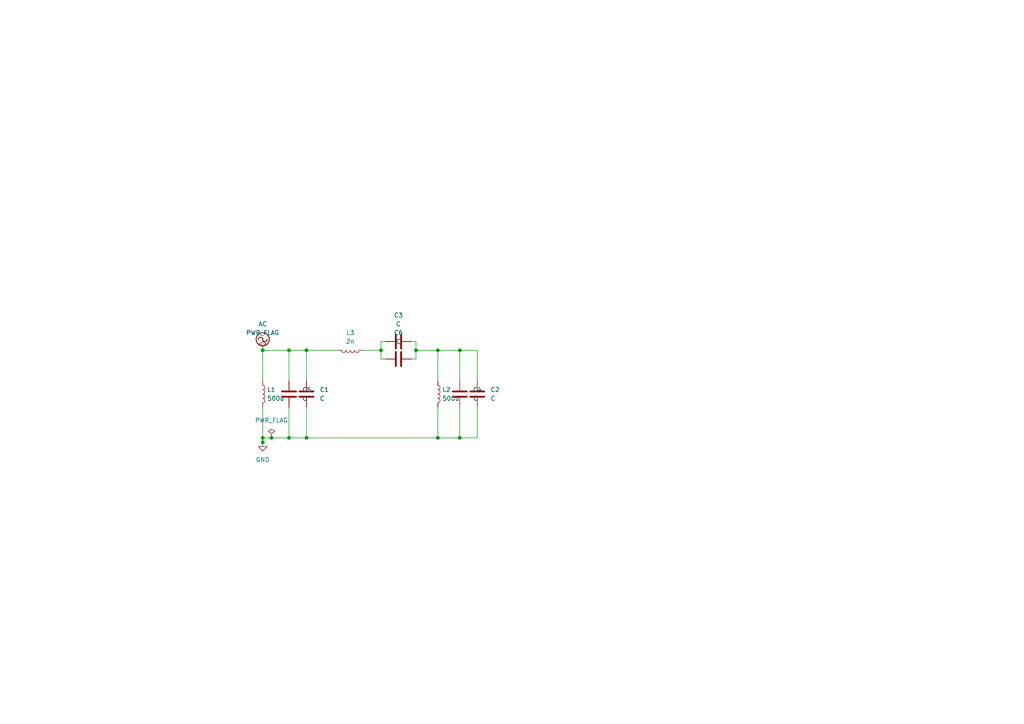
<source format=kicad_sch>
(kicad_sch (version 20231120) (generator "eeschema") (generator_version "8.0")
  (paper "A4")
  (lib_symbols
    (symbol "Device:C" (pin_numbers hide) (pin_names (offset 0.254))
      (property "Reference" "C" (at 0.635 2.54 0))
      (property "Value" "C" (at 0.635 -2.54 0))
      (symbol "C_0_1"
        (polyline (pts (xy -2.032 -0.762) (xy 2.032 -0.762)) (stroke (width 0.508)))
        (polyline (pts (xy -2.032 0.762) (xy 2.032 0.762)) (stroke (width 0.508)))
      )
      (symbol "C_1_1"
        (pin passive line (at 0 3.81 270) (length 2.794) (name "~") (number "1"))
        (pin passive line (at 0 -3.81 90) (length 2.794) (name "~") (number "2"))
      )
    )
    (symbol "Device:L" (pin_numbers hide) (pin_names (offset 1.016) hide)
      (property "Reference" "L" (at -1.27 0 90))
      (property "Value" "L" (at 1.905 0 90))
      (symbol "L_0_1"
        (arc (start 0 -2.54) (mid 0.6323 -1.905) (end 0 -1.27))
        (arc (start 0 -1.27) (mid 0.6323 -0.635) (end 0 0))
        (arc (start 0 0) (mid 0.6323 0.635) (end 0 1.27))
        (arc (start 0 1.27) (mid 0.6323 1.905) (end 0 2.54))
      )
      (symbol "L_1_1"
        (pin passive line (at 0 3.81 270) (length 1.27) (name "1") (number "1"))
        (pin passive line (at 0 -3.81 90) (length 1.27) (name "2") (number "2"))
      )
    )
    (symbol "power:AC" (power) (pin_numbers hide) (pin_names (offset 0) hide)
      (property "Value" "AC" (at 0 6.35 0))
      (symbol "AC_0_1"
        (polyline (pts (xy 0 0) (xy 0 1.27)))
        (arc (start 0 3.175) (mid -0.635 3.8073) (end -1.27 3.175) (stroke (width 0.254)))
        (arc (start 0 3.175) (mid 0.635 2.5427) (end 1.27 3.175) (stroke (width 0.254)))
        (circle (center 0 3.175) (radius 1.905) (stroke (width 0.254)))
      )
      (symbol "AC_1_1"
        (pin power_in line (at 0 0 90) (length 0) (name "~") (number "1"))
      )
    )
    (symbol "power:GND" (power) (pin_numbers hide) (pin_names (offset 0) hide)
      (property "Value" "GND" (at 0 -3.81 0))
      (symbol "GND_0_1"
        (polyline (pts (xy 0 0) (xy 0 -1.27) (xy 1.27 -1.27) (xy 0 -2.54) (xy -1.27 -1.27) (xy 0 -1.27)))
      )
      (symbol "GND_1_1"
        (pin power_in line (at 0 0 270) (length 0) (name "~") (number "1"))
      )
    )
    (symbol "power:PWR_FLAG" (power) (pin_numbers hide) (pin_names (offset 0) hide)
      (property "Value" "PWR_FLAG" (at 0 3.81 0))
      (symbol "PWR_FLAG_0_0"
        (pin power_out line (at 0 0 90) (length 0) (name "~") (number "1"))
      )
      (symbol "PWR_FLAG_0_1"
        (polyline (pts (xy 0 0) (xy 0 1.27) (xy -1.016 1.905) (xy 0 2.54) (xy 1.016 1.905) (xy 0 1.27)))
      )
    )
  )
  (junction (at 83.82 127))
  (junction (at 76.2 101.6))
  (junction (at 78.74 127))
  (junction (at 88.9 101.6))
  (junction (at 127 101.6))
  (junction (at 133.35 127))
  (junction (at 120.65 101.6))
  (junction (at 76.2 128.27))
  (junction (at 88.9 127))
  (junction (at 83.82 101.6))
  (junction (at 127 127))
  (junction (at 76.2 127))
  (junction (at 110.49 101.6))
  (junction (at 133.35 101.6))
  (wire (pts (xy 120.65 101.6) (xy 127 101.6)))
  (wire (pts (xy 133.35 118.11) (xy 133.35 127)))
  (wire (pts (xy 138.43 101.6) (xy 138.43 110.49)))
  (wire (pts (xy 127 101.6) (xy 133.35 101.6)))
  (wire (pts (xy 76.2 127) (xy 76.2 128.27)))
  (wire (pts (xy 127 127) (xy 88.9 127)))
  (wire (pts (xy 88.9 101.6) (xy 88.9 110.49)))
  (wire (pts (xy 78.74 127) (xy 76.2 127)))
  (wire (pts (xy 120.65 104.14) (xy 120.65 101.6)))
  (wire (pts (xy 76.2 118.11) (xy 76.2 127)))
  (wire (pts (xy 76.2 110.49) (xy 76.2 101.6)))
  (wire (pts (xy 88.9 118.11) (xy 88.9 127)))
  (wire (pts (xy 110.49 104.14) (xy 111.76 104.14)))
  (wire (pts (xy 83.82 127) (xy 78.74 127)))
  (wire (pts (xy 88.9 127) (xy 83.82 127)))
  (wire (pts (xy 110.49 99.06) (xy 110.49 101.6)))
  (wire (pts (xy 76.2 101.6) (xy 83.82 101.6)))
  (wire (pts (xy 83.82 101.6) (xy 83.82 110.49)))
  (wire (pts (xy 133.35 101.6) (xy 138.43 101.6)))
  (wire (pts (xy 133.35 101.6) (xy 133.35 110.49)))
  (wire (pts (xy 76.2 128.27) (xy 76.2 129.54)))
  (wire (pts (xy 133.35 127) (xy 127 127)))
  (wire (pts (xy 120.65 101.6) (xy 120.65 99.06)))
  (wire (pts (xy 83.82 101.6) (xy 88.9 101.6)))
  (wire (pts (xy 83.82 118.11) (xy 83.82 127)))
  (wire (pts (xy 110.49 101.6) (xy 105.41 101.6)))
  (wire (pts (xy 138.43 118.11) (xy 138.43 127)))
  (wire (pts (xy 88.9 101.6) (xy 97.79 101.6)))
  (wire (pts (xy 110.49 99.06) (xy 111.76 99.06)))
  (wire (pts (xy 138.43 127) (xy 133.35 127)))
  (wire (pts (xy 119.38 99.06) (xy 120.65 99.06)))
  (wire (pts (xy 127 118.11) (xy 127 127)))
  (wire (pts (xy 127 101.6) (xy 127 110.49)))
  (wire (pts (xy 119.38 104.14) (xy 120.65 104.14)))
  (wire (pts (xy 110.49 101.6) (xy 110.49 104.14)))
  (symbol (lib_id "Device:C") (at 83.82 114.3 0) (unit 1)
    (property "Reference" "C5" (at 87.63 113.0299 0) (effects (justify left)))
    (property "Value" "C" (at 87.63 115.5699 0) (effects (justify left)))
    (property "Footprint" "Capacitor_THT:C_Disc_D3.0mm_W1.6mm_P2.50mm" (effects (hide yes)))
    (property "Description" "Unpolarized capacitor" (effects (hide yes)))
  )
  (symbol (lib_id "Device:C") (at 138.43 114.3 0) (unit 1)
    (property "Reference" "C2" (at 142.24 113.0299 0) (effects (justify left)))
    (property "Value" "C" (at 142.24 115.5699 0) (effects (justify left)))
    (property "Description" "Unpolarized capacitor" (effects (hide yes)))
  )
  (symbol (lib_id "Device:C") (at 88.9 114.3 0) (unit 1)
    (property "Reference" "C1" (at 92.71 113.0299 0) (effects (justify left)))
    (property "Value" "C" (at 92.71 115.5699 0) (effects (justify left)))
    (property "Description" "Unpolarized capacitor" (effects (hide yes)))
  )
  (symbol (lib_id "power:PWR_FLAG") (at 78.74 127 0) (unit 1)
    (property "Reference" "#FLG02" (effects (hide yes)))
    (property "Value" "PWR_FLAG" (at 78.74 121.92 0))
    (property "Description" "Special symbol for telling ERC where power comes from" (effects (hide yes)))
  )
  (symbol (lib_id "Device:C") (at 133.35 114.3 0) (unit 1)
    (property "Reference" "C4" (at 137.16 113.0299 0) (effects (justify left)))
    (property "Value" "C" (at 137.16 115.5699 0) (effects (justify left)))
    (property "Description" "Unpolarized capacitor" (effects (hide yes)))
  )
  (symbol (lib_id "Device:L") (at 101.6 101.6 270) (unit 1)
    (property "Reference" "L3" (at 101.6 96.52 90))
    (property "Value" "2n" (at 101.6 99.06 90))
    (property "Footprint" "MURATA_LQW21FT2R0M0HL:MURATA_LQW21FT2R0M0HL_0" (effects (hide yes)))
    (property "Datasheet" "https://search.murata.co.jp/Ceramy/image/img/P02/JELF243A-9155.pdf" (effects (hide yes)))
    (property "Description" "Inductor" (effects (hide yes)))
  )
  (symbol (lib_id "Device:L") (at 76.2 114.3 0) (unit 1)
    (property "Reference" "L1" (at 77.47 113.0299 0) (effects (justify left)))
    (property "Value" "500u" (at 77.47 115.5699 0) (effects (justify left)))
    (property "Footprint" "BRC1608TR50M6:INDC1608X100N" (effects (hide yes)))
    (property "Datasheet" "https://mm.digikey.com/Volume0/opasdata/d220001/medias/docus/1793/BRC1608TR50M6_SS.pdf" (effects (hide yes)))
    (property "Description" "Inductor" (effects (hide yes)))
  )
  (symbol (lib_id "Device:L") (at 127 114.3 0) (unit 1)
    (property "Reference" "L2" (at 128.27 113.0299 0) (effects (justify left)))
    (property "Value" "500u" (at 128.27 115.5699 0) (effects (justify left)))
    (property "Footprint" "BRC1608TR50M6:INDC1608X100N" (effects (hide yes)))
    (property "Datasheet" "https://mm.digikey.com/Volume0/opasdata/d220001/medias/docus/1793/BRC1608TR50M6_SS.pdf" (effects (hide yes)))
    (property "Description" "Inductor" (effects (hide yes)))
  )
  (symbol (lib_id "power:AC") (at 76.2 101.6 0) (unit 1)
    (property "Reference" "#PWR03" (effects (hide yes)))
    (property "Value" "AC" (at 76.2 93.98 0))
    (property "Description" "Power symbol creates a global label with name \"AC\"" (effects (hide yes)))
  )
  (symbol (lib_id "power:GND") (at 76.2 128.27 0) (unit 1)
    (property "Reference" "#PWR01" (effects (hide yes)))
    (property "Value" "GND" (at 76.2 133.35 0))
    (property "Description" "Power symbol creates a global label with name \"GND\" , ground" (effects (hide yes)))
  )
  (symbol (lib_id "Device:C") (at 115.57 99.06 270) (unit 1)
    (property "Reference" "C3" (at 115.57 91.44 90))
    (property "Value" "C" (at 115.57 93.98 90))
    (property "Description" "Unpolarized capacitor" (effects (hide yes)))
  )
  (symbol (lib_id "Device:C") (at 115.57 104.14 90) (unit 1)
    (property "Reference" "C6" (at 115.57 96.52 90))
    (property "Value" "C" (at 115.57 99.06 90))
    (property "Description" "Unpolarized capacitor" (effects (hide yes)))
  )
  (symbol (lib_id "power:PWR_FLAG") (at 76.2 101.6 0) (unit 1)
    (property "Reference" "#FLG01" (effects (hide yes)))
    (property "Value" "PWR_FLAG" (at 76.2 96.52 0))
    (property "Description" "Special symbol for telling ERC where power comes from" (effects (hide yes)))
  )
)
</source>
